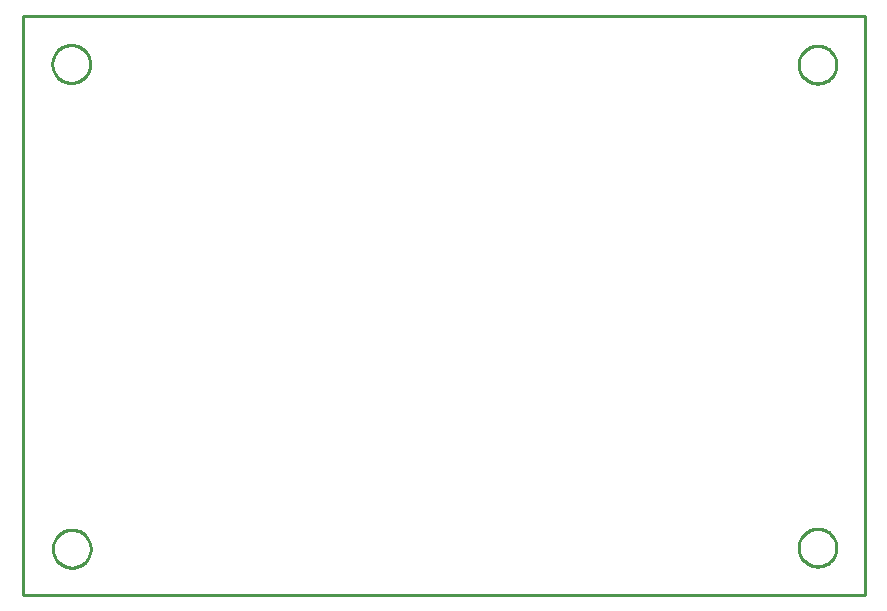
<source format=gbr>
G04 EAGLE Gerber X2 export*
%TF.Part,Single*%
%TF.FileFunction,Profile,NP*%
%TF.FilePolarity,Positive*%
%TF.GenerationSoftware,Autodesk,EAGLE,9.1.0*%
%TF.CreationDate,2020-08-08T12:39:32Z*%
G75*
%MOMM*%
%FSLAX34Y34*%
%LPD*%
%AMOC8*
5,1,8,0,0,1.08239X$1,22.5*%
G01*
%ADD10C,0.254000*%


D10*
X-2540Y0D02*
X710440Y0D01*
X710440Y490120D01*
X-2540Y490120D01*
X-2540Y0D01*
X54660Y448976D02*
X54592Y447931D01*
X54455Y446892D01*
X54250Y445865D01*
X53979Y444853D01*
X53643Y443861D01*
X53242Y442893D01*
X52778Y441954D01*
X52255Y441046D01*
X51673Y440175D01*
X51035Y439344D01*
X50344Y438557D01*
X49603Y437816D01*
X48816Y437125D01*
X47985Y436488D01*
X47114Y435906D01*
X46206Y435382D01*
X45267Y434918D01*
X44299Y434517D01*
X43307Y434181D01*
X42295Y433910D01*
X41268Y433705D01*
X40229Y433569D01*
X39184Y433500D01*
X38136Y433500D01*
X37091Y433569D01*
X36052Y433705D01*
X35025Y433910D01*
X34013Y434181D01*
X33021Y434517D01*
X32053Y434918D01*
X31114Y435382D01*
X30206Y435906D01*
X29335Y436488D01*
X28504Y437125D01*
X27717Y437816D01*
X26976Y438557D01*
X26285Y439344D01*
X25648Y440175D01*
X25066Y441046D01*
X24542Y441954D01*
X24078Y442893D01*
X23677Y443861D01*
X23341Y444853D01*
X23070Y445865D01*
X22865Y446892D01*
X22729Y447931D01*
X22660Y448976D01*
X22660Y450024D01*
X22729Y451069D01*
X22865Y452108D01*
X23070Y453135D01*
X23341Y454147D01*
X23677Y455139D01*
X24078Y456107D01*
X24542Y457046D01*
X25066Y457954D01*
X25648Y458825D01*
X26285Y459656D01*
X26976Y460443D01*
X27717Y461184D01*
X28504Y461875D01*
X29335Y462513D01*
X30206Y463095D01*
X31114Y463618D01*
X32053Y464082D01*
X33021Y464483D01*
X34013Y464819D01*
X35025Y465090D01*
X36052Y465295D01*
X37091Y465432D01*
X38136Y465500D01*
X39184Y465500D01*
X40229Y465432D01*
X41268Y465295D01*
X42295Y465090D01*
X43307Y464819D01*
X44299Y464483D01*
X45267Y464082D01*
X46206Y463618D01*
X47114Y463095D01*
X47985Y462513D01*
X48816Y461875D01*
X49603Y461184D01*
X50344Y460443D01*
X51035Y459656D01*
X51673Y458825D01*
X52255Y457954D01*
X52778Y457046D01*
X53242Y456107D01*
X53643Y455139D01*
X53979Y454147D01*
X54250Y453135D01*
X54455Y452108D01*
X54592Y451069D01*
X54660Y450024D01*
X54660Y448976D01*
X55040Y38616D02*
X54972Y37571D01*
X54835Y36532D01*
X54630Y35505D01*
X54359Y34493D01*
X54023Y33501D01*
X53622Y32533D01*
X53158Y31594D01*
X52635Y30686D01*
X52053Y29815D01*
X51415Y28984D01*
X50724Y28197D01*
X49983Y27456D01*
X49196Y26765D01*
X48365Y26128D01*
X47494Y25546D01*
X46586Y25022D01*
X45647Y24558D01*
X44679Y24157D01*
X43687Y23821D01*
X42675Y23550D01*
X41648Y23345D01*
X40609Y23209D01*
X39564Y23140D01*
X38516Y23140D01*
X37471Y23209D01*
X36432Y23345D01*
X35405Y23550D01*
X34393Y23821D01*
X33401Y24157D01*
X32433Y24558D01*
X31494Y25022D01*
X30586Y25546D01*
X29715Y26128D01*
X28884Y26765D01*
X28097Y27456D01*
X27356Y28197D01*
X26665Y28984D01*
X26028Y29815D01*
X25446Y30686D01*
X24922Y31594D01*
X24458Y32533D01*
X24057Y33501D01*
X23721Y34493D01*
X23450Y35505D01*
X23245Y36532D01*
X23109Y37571D01*
X23040Y38616D01*
X23040Y39664D01*
X23109Y40709D01*
X23245Y41748D01*
X23450Y42775D01*
X23721Y43787D01*
X24057Y44779D01*
X24458Y45747D01*
X24922Y46686D01*
X25446Y47594D01*
X26028Y48465D01*
X26665Y49296D01*
X27356Y50083D01*
X28097Y50824D01*
X28884Y51515D01*
X29715Y52153D01*
X30586Y52735D01*
X31494Y53258D01*
X32433Y53722D01*
X33401Y54123D01*
X34393Y54459D01*
X35405Y54730D01*
X36432Y54935D01*
X37471Y55072D01*
X38516Y55140D01*
X39564Y55140D01*
X40609Y55072D01*
X41648Y54935D01*
X42675Y54730D01*
X43687Y54459D01*
X44679Y54123D01*
X45647Y53722D01*
X46586Y53258D01*
X47494Y52735D01*
X48365Y52153D01*
X49196Y51515D01*
X49983Y50824D01*
X50724Y50083D01*
X51415Y49296D01*
X52053Y48465D01*
X52635Y47594D01*
X53158Y46686D01*
X53622Y45747D01*
X54023Y44779D01*
X54359Y43787D01*
X54630Y42775D01*
X54835Y41748D01*
X54972Y40709D01*
X55040Y39664D01*
X55040Y38616D01*
X669956Y24080D02*
X668911Y24149D01*
X667872Y24285D01*
X666845Y24490D01*
X665833Y24761D01*
X664841Y25097D01*
X663873Y25498D01*
X662934Y25962D01*
X662026Y26486D01*
X661155Y27068D01*
X660324Y27705D01*
X659537Y28396D01*
X658796Y29137D01*
X658105Y29924D01*
X657468Y30755D01*
X656886Y31626D01*
X656362Y32534D01*
X655898Y33473D01*
X655497Y34441D01*
X655161Y35433D01*
X654890Y36445D01*
X654685Y37472D01*
X654549Y38511D01*
X654480Y39556D01*
X654480Y40604D01*
X654549Y41649D01*
X654685Y42688D01*
X654890Y43715D01*
X655161Y44727D01*
X655497Y45719D01*
X655898Y46687D01*
X656362Y47626D01*
X656886Y48534D01*
X657468Y49405D01*
X658105Y50236D01*
X658796Y51023D01*
X659537Y51764D01*
X660324Y52455D01*
X661155Y53093D01*
X662026Y53675D01*
X662934Y54198D01*
X663873Y54662D01*
X664841Y55063D01*
X665833Y55399D01*
X666845Y55670D01*
X667872Y55875D01*
X668911Y56012D01*
X669956Y56080D01*
X671004Y56080D01*
X672049Y56012D01*
X673088Y55875D01*
X674115Y55670D01*
X675127Y55399D01*
X676119Y55063D01*
X677087Y54662D01*
X678026Y54198D01*
X678934Y53675D01*
X679805Y53093D01*
X680636Y52455D01*
X681423Y51764D01*
X682164Y51023D01*
X682855Y50236D01*
X683493Y49405D01*
X684075Y48534D01*
X684598Y47626D01*
X685062Y46687D01*
X685463Y45719D01*
X685799Y44727D01*
X686070Y43715D01*
X686275Y42688D01*
X686412Y41649D01*
X686480Y40604D01*
X686480Y39556D01*
X686412Y38511D01*
X686275Y37472D01*
X686070Y36445D01*
X685799Y35433D01*
X685463Y34441D01*
X685062Y33473D01*
X684598Y32534D01*
X684075Y31626D01*
X683493Y30755D01*
X682855Y29924D01*
X682164Y29137D01*
X681423Y28396D01*
X680636Y27705D01*
X679805Y27068D01*
X678934Y26486D01*
X678026Y25962D01*
X677087Y25498D01*
X676119Y25097D01*
X675127Y24761D01*
X674115Y24490D01*
X673088Y24285D01*
X672049Y24149D01*
X671004Y24080D01*
X669956Y24080D01*
X669956Y433020D02*
X668911Y433089D01*
X667872Y433225D01*
X666845Y433430D01*
X665833Y433701D01*
X664841Y434037D01*
X663873Y434438D01*
X662934Y434902D01*
X662026Y435426D01*
X661155Y436008D01*
X660324Y436645D01*
X659537Y437336D01*
X658796Y438077D01*
X658105Y438864D01*
X657468Y439695D01*
X656886Y440566D01*
X656362Y441474D01*
X655898Y442413D01*
X655497Y443381D01*
X655161Y444373D01*
X654890Y445385D01*
X654685Y446412D01*
X654549Y447451D01*
X654480Y448496D01*
X654480Y449544D01*
X654549Y450589D01*
X654685Y451628D01*
X654890Y452655D01*
X655161Y453667D01*
X655497Y454659D01*
X655898Y455627D01*
X656362Y456566D01*
X656886Y457474D01*
X657468Y458345D01*
X658105Y459176D01*
X658796Y459963D01*
X659537Y460704D01*
X660324Y461395D01*
X661155Y462033D01*
X662026Y462615D01*
X662934Y463138D01*
X663873Y463602D01*
X664841Y464003D01*
X665833Y464339D01*
X666845Y464610D01*
X667872Y464815D01*
X668911Y464952D01*
X669956Y465020D01*
X671004Y465020D01*
X672049Y464952D01*
X673088Y464815D01*
X674115Y464610D01*
X675127Y464339D01*
X676119Y464003D01*
X677087Y463602D01*
X678026Y463138D01*
X678934Y462615D01*
X679805Y462033D01*
X680636Y461395D01*
X681423Y460704D01*
X682164Y459963D01*
X682855Y459176D01*
X683493Y458345D01*
X684075Y457474D01*
X684598Y456566D01*
X685062Y455627D01*
X685463Y454659D01*
X685799Y453667D01*
X686070Y452655D01*
X686275Y451628D01*
X686412Y450589D01*
X686480Y449544D01*
X686480Y448496D01*
X686412Y447451D01*
X686275Y446412D01*
X686070Y445385D01*
X685799Y444373D01*
X685463Y443381D01*
X685062Y442413D01*
X684598Y441474D01*
X684075Y440566D01*
X683493Y439695D01*
X682855Y438864D01*
X682164Y438077D01*
X681423Y437336D01*
X680636Y436645D01*
X679805Y436008D01*
X678934Y435426D01*
X678026Y434902D01*
X677087Y434438D01*
X676119Y434037D01*
X675127Y433701D01*
X674115Y433430D01*
X673088Y433225D01*
X672049Y433089D01*
X671004Y433020D01*
X669956Y433020D01*
M02*

</source>
